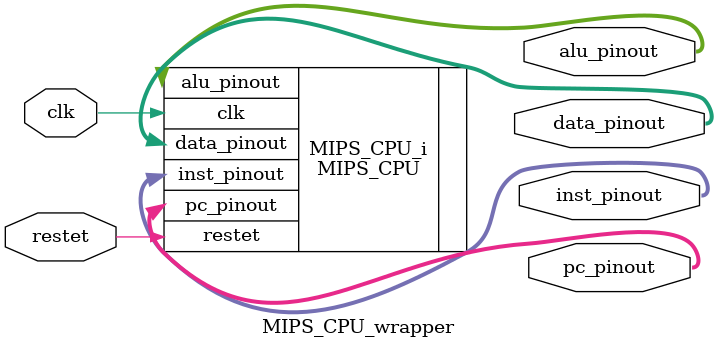
<source format=v>
`timescale 1 ps / 1 ps

module MIPS_CPU_wrapper
   (alu_pinout,
    clk,
    data_pinout,
    inst_pinout,
    pc_pinout,
    restet);
  output [31:0]alu_pinout;
  input clk;
  output [31:0]data_pinout;
  output [31:0]inst_pinout;
  output [31:0]pc_pinout;
  input restet;

  wire [31:0]alu_pinout;
  wire clk;
  wire [31:0]data_pinout;
  wire [31:0]inst_pinout;
  wire [31:0]pc_pinout;
  wire restet;

MIPS_CPU MIPS_CPU_i
       (.alu_pinout(alu_pinout),
        .clk(clk),
        .data_pinout(data_pinout),
        .inst_pinout(inst_pinout),
        .pc_pinout(pc_pinout),
        .restet(restet));
endmodule

</source>
